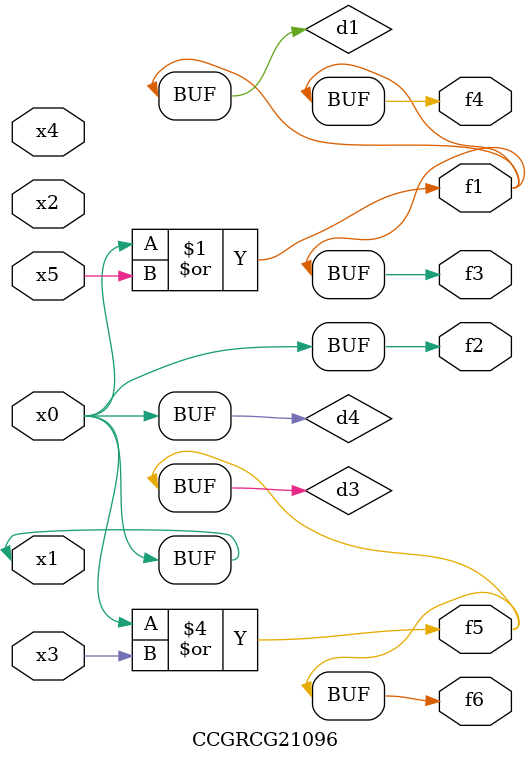
<source format=v>
module CCGRCG21096(
	input x0, x1, x2, x3, x4, x5,
	output f1, f2, f3, f4, f5, f6
);

	wire d1, d2, d3, d4;

	or (d1, x0, x5);
	xnor (d2, x1, x4);
	or (d3, x0, x3);
	buf (d4, x0, x1);
	assign f1 = d1;
	assign f2 = d4;
	assign f3 = d1;
	assign f4 = d1;
	assign f5 = d3;
	assign f6 = d3;
endmodule

</source>
